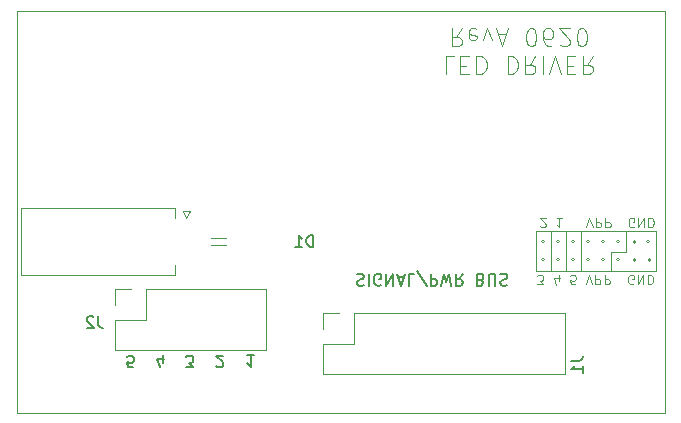
<source format=gbr>
G04 #@! TF.GenerationSoftware,KiCad,Pcbnew,5.1.6-c6e7f7d~86~ubuntu18.04.1*
G04 #@! TF.CreationDate,2020-06-27T17:21:00+01:00*
G04 #@! TF.ProjectId,UV_LED_Driver,55565f4c-4544-45f4-9472-697665722e6b,rev?*
G04 #@! TF.SameCoordinates,Original*
G04 #@! TF.FileFunction,Legend,Bot*
G04 #@! TF.FilePolarity,Positive*
%FSLAX46Y46*%
G04 Gerber Fmt 4.6, Leading zero omitted, Abs format (unit mm)*
G04 Created by KiCad (PCBNEW 5.1.6-c6e7f7d~86~ubuntu18.04.1) date 2020-06-27 17:21:00*
%MOMM*%
%LPD*%
G01*
G04 APERTURE LIST*
%ADD10C,0.120000*%
%ADD11C,0.100000*%
%ADD12C,0.150000*%
G04 #@! TA.AperFunction,Profile*
%ADD13C,0.050000*%
G04 #@! TD*
G04 APERTURE END LIST*
D10*
X202438000Y-80441800D02*
X192278000Y-80441800D01*
X192278000Y-77089000D02*
X202438000Y-77089000D01*
D11*
X192443714Y-81591095D02*
X192938952Y-81591095D01*
X192672285Y-81286333D01*
X192786571Y-81286333D01*
X192862761Y-81248238D01*
X192900857Y-81210142D01*
X192938952Y-81133952D01*
X192938952Y-80943476D01*
X192900857Y-80867285D01*
X192862761Y-80829190D01*
X192786571Y-80791095D01*
X192558000Y-80791095D01*
X192481809Y-80829190D01*
X192443714Y-80867285D01*
X194234190Y-81324428D02*
X194234190Y-80791095D01*
X194043714Y-81629190D02*
X193853238Y-81057761D01*
X194348476Y-81057761D01*
X195643714Y-81591095D02*
X195262761Y-81591095D01*
X195224666Y-81210142D01*
X195262761Y-81248238D01*
X195338952Y-81286333D01*
X195529428Y-81286333D01*
X195605619Y-81248238D01*
X195643714Y-81210142D01*
X195681809Y-81133952D01*
X195681809Y-80943476D01*
X195643714Y-80867285D01*
X195605619Y-80829190D01*
X195529428Y-80791095D01*
X195338952Y-80791095D01*
X195262761Y-80829190D01*
X195224666Y-80867285D01*
X196519904Y-81591095D02*
X196786571Y-80791095D01*
X197053238Y-81591095D01*
X197319904Y-80791095D02*
X197319904Y-81591095D01*
X197624666Y-81591095D01*
X197700857Y-81553000D01*
X197738952Y-81514904D01*
X197777047Y-81438714D01*
X197777047Y-81324428D01*
X197738952Y-81248238D01*
X197700857Y-81210142D01*
X197624666Y-81172047D01*
X197319904Y-81172047D01*
X198119904Y-80791095D02*
X198119904Y-81591095D01*
X198424666Y-81591095D01*
X198500857Y-81553000D01*
X198538952Y-81514904D01*
X198577047Y-81438714D01*
X198577047Y-81324428D01*
X198538952Y-81248238D01*
X198500857Y-81210142D01*
X198424666Y-81172047D01*
X198119904Y-81172047D01*
X200558000Y-81553000D02*
X200481809Y-81591095D01*
X200367523Y-81591095D01*
X200253238Y-81553000D01*
X200177047Y-81476809D01*
X200138952Y-81400619D01*
X200100857Y-81248238D01*
X200100857Y-81133952D01*
X200138952Y-80981571D01*
X200177047Y-80905380D01*
X200253238Y-80829190D01*
X200367523Y-80791095D01*
X200443714Y-80791095D01*
X200558000Y-80829190D01*
X200596095Y-80867285D01*
X200596095Y-81133952D01*
X200443714Y-81133952D01*
X200938952Y-80791095D02*
X200938952Y-81591095D01*
X201396095Y-80791095D01*
X201396095Y-81591095D01*
X201777047Y-80791095D02*
X201777047Y-81591095D01*
X201967523Y-81591095D01*
X202081809Y-81553000D01*
X202158000Y-81476809D01*
X202196095Y-81400619D01*
X202234190Y-81248238D01*
X202234190Y-81133952D01*
X202196095Y-80981571D01*
X202158000Y-80905380D01*
X202081809Y-80829190D01*
X201967523Y-80791095D01*
X201777047Y-80791095D01*
X192685000Y-76688904D02*
X192723095Y-76727000D01*
X192799285Y-76765095D01*
X192989761Y-76765095D01*
X193065952Y-76727000D01*
X193104047Y-76688904D01*
X193142142Y-76612714D01*
X193142142Y-76536523D01*
X193104047Y-76422238D01*
X192646904Y-75965095D01*
X193142142Y-75965095D01*
X194513571Y-75965095D02*
X194056428Y-75965095D01*
X194285000Y-75965095D02*
X194285000Y-76765095D01*
X194208809Y-76650809D01*
X194132619Y-76574619D01*
X194056428Y-76536523D01*
X196570714Y-76765095D02*
X196837380Y-75965095D01*
X197104047Y-76765095D01*
X197370714Y-75965095D02*
X197370714Y-76765095D01*
X197675476Y-76765095D01*
X197751666Y-76727000D01*
X197789761Y-76688904D01*
X197827857Y-76612714D01*
X197827857Y-76498428D01*
X197789761Y-76422238D01*
X197751666Y-76384142D01*
X197675476Y-76346047D01*
X197370714Y-76346047D01*
X198170714Y-75965095D02*
X198170714Y-76765095D01*
X198475476Y-76765095D01*
X198551666Y-76727000D01*
X198589761Y-76688904D01*
X198627857Y-76612714D01*
X198627857Y-76498428D01*
X198589761Y-76422238D01*
X198551666Y-76384142D01*
X198475476Y-76346047D01*
X198170714Y-76346047D01*
X200608809Y-76727000D02*
X200532619Y-76765095D01*
X200418333Y-76765095D01*
X200304047Y-76727000D01*
X200227857Y-76650809D01*
X200189761Y-76574619D01*
X200151666Y-76422238D01*
X200151666Y-76307952D01*
X200189761Y-76155571D01*
X200227857Y-76079380D01*
X200304047Y-76003190D01*
X200418333Y-75965095D01*
X200494523Y-75965095D01*
X200608809Y-76003190D01*
X200646904Y-76041285D01*
X200646904Y-76307952D01*
X200494523Y-76307952D01*
X200989761Y-75965095D02*
X200989761Y-76765095D01*
X201446904Y-75965095D01*
X201446904Y-76765095D01*
X201827857Y-75965095D02*
X201827857Y-76765095D01*
X202018333Y-76765095D01*
X202132619Y-76727000D01*
X202208809Y-76650809D01*
X202246904Y-76574619D01*
X202285000Y-76422238D01*
X202285000Y-76307952D01*
X202246904Y-76155571D01*
X202208809Y-76079380D01*
X202132619Y-76003190D01*
X202018333Y-75965095D01*
X201827857Y-75965095D01*
D10*
X202057000Y-79502000D02*
G75*
G03*
X202057000Y-79502000I-127000J0D01*
G01*
X200787000Y-79502000D02*
G75*
G03*
X200787000Y-79502000I-127000J0D01*
G01*
X198120000Y-79502000D02*
G75*
G03*
X198120000Y-79502000I-127000J0D01*
G01*
X196850000Y-79502000D02*
G75*
G03*
X196850000Y-79502000I-127000J0D01*
G01*
X199390000Y-79502000D02*
G75*
G03*
X199390000Y-79502000I-127000J0D01*
G01*
X196850000Y-77978000D02*
G75*
G03*
X196850000Y-77978000I-127000J0D01*
G01*
X199390000Y-77978000D02*
G75*
G03*
X199390000Y-77978000I-127000J0D01*
G01*
X198120000Y-77978000D02*
G75*
G03*
X198120000Y-77978000I-127000J0D01*
G01*
X193040000Y-79502000D02*
G75*
G03*
X193040000Y-79502000I-127000J0D01*
G01*
X195580000Y-79502000D02*
G75*
G03*
X195580000Y-79502000I-127000J0D01*
G01*
X194310000Y-79502000D02*
G75*
G03*
X194310000Y-79502000I-127000J0D01*
G01*
X195580000Y-77978000D02*
G75*
G03*
X195580000Y-77978000I-127000J0D01*
G01*
X194310000Y-77978000D02*
G75*
G03*
X194310000Y-77978000I-127000J0D01*
G01*
X193040000Y-77978000D02*
G75*
G03*
X193040000Y-77978000I-127000J0D01*
G01*
X200787000Y-77978000D02*
G75*
G03*
X200787000Y-77978000I-127000J0D01*
G01*
X201930000Y-77978000D02*
G75*
G03*
X201930000Y-77978000I-127000J0D01*
G01*
X198628000Y-78867000D02*
X199898000Y-78867000D01*
X202438000Y-80441800D02*
X202438000Y-77089000D01*
X199898000Y-78867000D02*
X199898000Y-77089000D01*
X198628000Y-80441800D02*
X198628000Y-78867000D01*
X196088000Y-80441800D02*
X196088000Y-77089000D01*
X194818000Y-80441800D02*
X194818000Y-77089000D01*
X193548000Y-80441800D02*
X193548000Y-77089000D01*
X192278000Y-80441800D02*
X192278000Y-77089000D01*
D12*
X177157857Y-80748238D02*
X177300714Y-80700619D01*
X177538809Y-80700619D01*
X177634047Y-80748238D01*
X177681666Y-80795857D01*
X177729285Y-80891095D01*
X177729285Y-80986333D01*
X177681666Y-81081571D01*
X177634047Y-81129190D01*
X177538809Y-81176809D01*
X177348333Y-81224428D01*
X177253095Y-81272047D01*
X177205476Y-81319666D01*
X177157857Y-81414904D01*
X177157857Y-81510142D01*
X177205476Y-81605380D01*
X177253095Y-81653000D01*
X177348333Y-81700619D01*
X177586428Y-81700619D01*
X177729285Y-81653000D01*
X178157857Y-80700619D02*
X178157857Y-81700619D01*
X179157857Y-81653000D02*
X179062619Y-81700619D01*
X178919761Y-81700619D01*
X178776904Y-81653000D01*
X178681666Y-81557761D01*
X178634047Y-81462523D01*
X178586428Y-81272047D01*
X178586428Y-81129190D01*
X178634047Y-80938714D01*
X178681666Y-80843476D01*
X178776904Y-80748238D01*
X178919761Y-80700619D01*
X179015000Y-80700619D01*
X179157857Y-80748238D01*
X179205476Y-80795857D01*
X179205476Y-81129190D01*
X179015000Y-81129190D01*
X179634047Y-80700619D02*
X179634047Y-81700619D01*
X180205476Y-80700619D01*
X180205476Y-81700619D01*
X180634047Y-80986333D02*
X181110238Y-80986333D01*
X180538809Y-80700619D02*
X180872142Y-81700619D01*
X181205476Y-80700619D01*
X182015000Y-80700619D02*
X181538809Y-80700619D01*
X181538809Y-81700619D01*
X183062619Y-81748238D02*
X182205476Y-80462523D01*
X183395952Y-80700619D02*
X183395952Y-81700619D01*
X183776904Y-81700619D01*
X183872142Y-81653000D01*
X183919761Y-81605380D01*
X183967380Y-81510142D01*
X183967380Y-81367285D01*
X183919761Y-81272047D01*
X183872142Y-81224428D01*
X183776904Y-81176809D01*
X183395952Y-81176809D01*
X184300714Y-81700619D02*
X184538809Y-80700619D01*
X184729285Y-81414904D01*
X184919761Y-80700619D01*
X185157857Y-81700619D01*
X186110238Y-80700619D02*
X185776904Y-81176809D01*
X185538809Y-80700619D02*
X185538809Y-81700619D01*
X185919761Y-81700619D01*
X186015000Y-81653000D01*
X186062619Y-81605380D01*
X186110238Y-81510142D01*
X186110238Y-81367285D01*
X186062619Y-81272047D01*
X186015000Y-81224428D01*
X185919761Y-81176809D01*
X185538809Y-81176809D01*
X187634047Y-81224428D02*
X187776904Y-81176809D01*
X187824523Y-81129190D01*
X187872142Y-81033952D01*
X187872142Y-80891095D01*
X187824523Y-80795857D01*
X187776904Y-80748238D01*
X187681666Y-80700619D01*
X187300714Y-80700619D01*
X187300714Y-81700619D01*
X187634047Y-81700619D01*
X187729285Y-81653000D01*
X187776904Y-81605380D01*
X187824523Y-81510142D01*
X187824523Y-81414904D01*
X187776904Y-81319666D01*
X187729285Y-81272047D01*
X187634047Y-81224428D01*
X187300714Y-81224428D01*
X188300714Y-81700619D02*
X188300714Y-80891095D01*
X188348333Y-80795857D01*
X188395952Y-80748238D01*
X188491190Y-80700619D01*
X188681666Y-80700619D01*
X188776904Y-80748238D01*
X188824523Y-80795857D01*
X188872142Y-80891095D01*
X188872142Y-81700619D01*
X189300714Y-80748238D02*
X189443571Y-80700619D01*
X189681666Y-80700619D01*
X189776904Y-80748238D01*
X189824523Y-80795857D01*
X189872142Y-80891095D01*
X189872142Y-80986333D01*
X189824523Y-81081571D01*
X189776904Y-81129190D01*
X189681666Y-81176809D01*
X189491190Y-81224428D01*
X189395952Y-81272047D01*
X189348333Y-81319666D01*
X189300714Y-81414904D01*
X189300714Y-81510142D01*
X189348333Y-81605380D01*
X189395952Y-81653000D01*
X189491190Y-81700619D01*
X189729285Y-81700619D01*
X189872142Y-81653000D01*
D11*
X185416714Y-62281928D02*
X184702428Y-62281928D01*
X184702428Y-63781928D01*
X185916714Y-63067642D02*
X186416714Y-63067642D01*
X186631000Y-62281928D02*
X185916714Y-62281928D01*
X185916714Y-63781928D01*
X186631000Y-63781928D01*
X187273857Y-62281928D02*
X187273857Y-63781928D01*
X187631000Y-63781928D01*
X187845285Y-63710500D01*
X187988142Y-63567642D01*
X188059571Y-63424785D01*
X188131000Y-63139071D01*
X188131000Y-62924785D01*
X188059571Y-62639071D01*
X187988142Y-62496214D01*
X187845285Y-62353357D01*
X187631000Y-62281928D01*
X187273857Y-62281928D01*
X189916714Y-62281928D02*
X189916714Y-63781928D01*
X190273857Y-63781928D01*
X190488142Y-63710500D01*
X190631000Y-63567642D01*
X190702428Y-63424785D01*
X190773857Y-63139071D01*
X190773857Y-62924785D01*
X190702428Y-62639071D01*
X190631000Y-62496214D01*
X190488142Y-62353357D01*
X190273857Y-62281928D01*
X189916714Y-62281928D01*
X192273857Y-62281928D02*
X191773857Y-62996214D01*
X191416714Y-62281928D02*
X191416714Y-63781928D01*
X191988142Y-63781928D01*
X192131000Y-63710500D01*
X192202428Y-63639071D01*
X192273857Y-63496214D01*
X192273857Y-63281928D01*
X192202428Y-63139071D01*
X192131000Y-63067642D01*
X191988142Y-62996214D01*
X191416714Y-62996214D01*
X192916714Y-62281928D02*
X192916714Y-63781928D01*
X193416714Y-63781928D02*
X193916714Y-62281928D01*
X194416714Y-63781928D01*
X194916714Y-63067642D02*
X195416714Y-63067642D01*
X195631000Y-62281928D02*
X194916714Y-62281928D01*
X194916714Y-63781928D01*
X195631000Y-63781928D01*
X197131000Y-62281928D02*
X196631000Y-62996214D01*
X196273857Y-62281928D02*
X196273857Y-63781928D01*
X196845285Y-63781928D01*
X196988142Y-63710500D01*
X197059571Y-63639071D01*
X197131000Y-63496214D01*
X197131000Y-63281928D01*
X197059571Y-63139071D01*
X196988142Y-63067642D01*
X196845285Y-62996214D01*
X196273857Y-62996214D01*
X186059571Y-59931928D02*
X185559571Y-60646214D01*
X185202428Y-59931928D02*
X185202428Y-61431928D01*
X185773857Y-61431928D01*
X185916714Y-61360500D01*
X185988142Y-61289071D01*
X186059571Y-61146214D01*
X186059571Y-60931928D01*
X185988142Y-60789071D01*
X185916714Y-60717642D01*
X185773857Y-60646214D01*
X185202428Y-60646214D01*
X187273857Y-60003357D02*
X187131000Y-59931928D01*
X186845285Y-59931928D01*
X186702428Y-60003357D01*
X186631000Y-60146214D01*
X186631000Y-60717642D01*
X186702428Y-60860500D01*
X186845285Y-60931928D01*
X187131000Y-60931928D01*
X187273857Y-60860500D01*
X187345285Y-60717642D01*
X187345285Y-60574785D01*
X186631000Y-60431928D01*
X187845285Y-60931928D02*
X188202428Y-59931928D01*
X188559571Y-60931928D01*
X189059571Y-60360500D02*
X189773857Y-60360500D01*
X188916714Y-59931928D02*
X189416714Y-61431928D01*
X189916714Y-59931928D01*
X191845285Y-61431928D02*
X191988142Y-61431928D01*
X192131000Y-61360500D01*
X192202428Y-61289071D01*
X192273857Y-61146214D01*
X192345285Y-60860500D01*
X192345285Y-60503357D01*
X192273857Y-60217642D01*
X192202428Y-60074785D01*
X192131000Y-60003357D01*
X191988142Y-59931928D01*
X191845285Y-59931928D01*
X191702428Y-60003357D01*
X191631000Y-60074785D01*
X191559571Y-60217642D01*
X191488142Y-60503357D01*
X191488142Y-60860500D01*
X191559571Y-61146214D01*
X191631000Y-61289071D01*
X191702428Y-61360500D01*
X191845285Y-61431928D01*
X193631000Y-61431928D02*
X193345285Y-61431928D01*
X193202428Y-61360500D01*
X193131000Y-61289071D01*
X192988142Y-61074785D01*
X192916714Y-60789071D01*
X192916714Y-60217642D01*
X192988142Y-60074785D01*
X193059571Y-60003357D01*
X193202428Y-59931928D01*
X193488142Y-59931928D01*
X193631000Y-60003357D01*
X193702428Y-60074785D01*
X193773857Y-60217642D01*
X193773857Y-60574785D01*
X193702428Y-60717642D01*
X193631000Y-60789071D01*
X193488142Y-60860500D01*
X193202428Y-60860500D01*
X193059571Y-60789071D01*
X192988142Y-60717642D01*
X192916714Y-60574785D01*
X194345285Y-61289071D02*
X194416714Y-61360500D01*
X194559571Y-61431928D01*
X194916714Y-61431928D01*
X195059571Y-61360500D01*
X195131000Y-61289071D01*
X195202428Y-61146214D01*
X195202428Y-61003357D01*
X195131000Y-60789071D01*
X194273857Y-59931928D01*
X195202428Y-59931928D01*
X196131000Y-61431928D02*
X196273857Y-61431928D01*
X196416714Y-61360500D01*
X196488142Y-61289071D01*
X196559571Y-61146214D01*
X196631000Y-60860500D01*
X196631000Y-60503357D01*
X196559571Y-60217642D01*
X196488142Y-60074785D01*
X196416714Y-60003357D01*
X196273857Y-59931928D01*
X196131000Y-59931928D01*
X195988142Y-60003357D01*
X195916714Y-60074785D01*
X195845285Y-60217642D01*
X195773857Y-60503357D01*
X195773857Y-60860500D01*
X195845285Y-61146214D01*
X195916714Y-61289071D01*
X195988142Y-61360500D01*
X196131000Y-61431928D01*
D12*
X160718476Y-88225285D02*
X160718476Y-87558619D01*
X160480380Y-88606238D02*
X160242285Y-87891952D01*
X160861333Y-87891952D01*
X162671166Y-88622119D02*
X163290214Y-88622119D01*
X162956880Y-88241166D01*
X163099738Y-88241166D01*
X163194976Y-88193547D01*
X163242595Y-88145928D01*
X163290214Y-88050690D01*
X163290214Y-87812595D01*
X163242595Y-87717357D01*
X163194976Y-87669738D01*
X163099738Y-87622119D01*
X162814023Y-87622119D01*
X162718785Y-87669738D01*
X162671166Y-87717357D01*
X168433714Y-87558619D02*
X167862285Y-87558619D01*
X168148000Y-87558619D02*
X168148000Y-88558619D01*
X168052761Y-88415761D01*
X167957523Y-88320523D01*
X167862285Y-88272904D01*
X165258785Y-88526880D02*
X165306404Y-88574500D01*
X165401642Y-88622119D01*
X165639738Y-88622119D01*
X165734976Y-88574500D01*
X165782595Y-88526880D01*
X165830214Y-88431642D01*
X165830214Y-88336404D01*
X165782595Y-88193547D01*
X165211166Y-87622119D01*
X165830214Y-87622119D01*
X158226095Y-88622119D02*
X157749904Y-88622119D01*
X157702285Y-88145928D01*
X157749904Y-88193547D01*
X157845142Y-88241166D01*
X158083238Y-88241166D01*
X158178476Y-88193547D01*
X158226095Y-88145928D01*
X158273714Y-88050690D01*
X158273714Y-87812595D01*
X158226095Y-87717357D01*
X158178476Y-87669738D01*
X158083238Y-87622119D01*
X157845142Y-87622119D01*
X157749904Y-87669738D01*
X157702285Y-87717357D01*
D13*
X203200000Y-58420000D02*
X203200000Y-92456000D01*
X148336000Y-58420000D02*
X203200000Y-58420000D01*
X148336000Y-92456000D02*
X148336000Y-58420000D01*
X203200000Y-92456000D02*
X148336000Y-92456000D01*
D10*
X162412400Y-75378000D02*
X162712400Y-75978000D01*
X163012400Y-75378000D02*
X162412400Y-75378000D01*
X162712400Y-75978000D02*
X163012400Y-75378000D01*
X164822400Y-78278000D02*
X166102400Y-78278000D01*
X164822400Y-77678000D02*
X166102400Y-77678000D01*
X148702400Y-80788000D02*
X148702400Y-77978000D01*
X161722400Y-80788000D02*
X148702400Y-80788000D01*
X161722400Y-79978000D02*
X161722400Y-80788000D01*
X148702400Y-75168000D02*
X148702400Y-77978000D01*
X161722400Y-75168000D02*
X148702400Y-75168000D01*
X161722400Y-75978000D02*
X161722400Y-75168000D01*
X156658000Y-81982000D02*
X156658000Y-83312000D01*
X157988000Y-81982000D02*
X156658000Y-81982000D01*
X156658000Y-84582000D02*
X156658000Y-87182000D01*
X159258000Y-84582000D02*
X156658000Y-84582000D01*
X159258000Y-81982000D02*
X159258000Y-84582000D01*
X156658000Y-87182000D02*
X169478000Y-87182000D01*
X159258000Y-81982000D02*
X169478000Y-81982000D01*
X169478000Y-81982000D02*
X169478000Y-87182000D01*
X174311000Y-84014000D02*
X174311000Y-85344000D01*
X175641000Y-84014000D02*
X174311000Y-84014000D01*
X174311000Y-86614000D02*
X174311000Y-89214000D01*
X176911000Y-86614000D02*
X174311000Y-86614000D01*
X176911000Y-84014000D02*
X176911000Y-86614000D01*
X174311000Y-89214000D02*
X194751000Y-89214000D01*
X176911000Y-84014000D02*
X194751000Y-84014000D01*
X194751000Y-84014000D02*
X194751000Y-89214000D01*
D12*
X173458095Y-78430380D02*
X173458095Y-77430380D01*
X173220000Y-77430380D01*
X173077142Y-77478000D01*
X172981904Y-77573238D01*
X172934285Y-77668476D01*
X172886666Y-77858952D01*
X172886666Y-78001809D01*
X172934285Y-78192285D01*
X172981904Y-78287523D01*
X173077142Y-78382761D01*
X173220000Y-78430380D01*
X173458095Y-78430380D01*
X171934285Y-78430380D02*
X172505714Y-78430380D01*
X172220000Y-78430380D02*
X172220000Y-77430380D01*
X172315238Y-77573238D01*
X172410476Y-77668476D01*
X172505714Y-77716095D01*
X155273333Y-84288380D02*
X155273333Y-85002666D01*
X155320952Y-85145523D01*
X155416190Y-85240761D01*
X155559047Y-85288380D01*
X155654285Y-85288380D01*
X154844761Y-84383619D02*
X154797142Y-84336000D01*
X154701904Y-84288380D01*
X154463809Y-84288380D01*
X154368571Y-84336000D01*
X154320952Y-84383619D01*
X154273333Y-84478857D01*
X154273333Y-84574095D01*
X154320952Y-84716952D01*
X154892380Y-85288380D01*
X154273333Y-85288380D01*
X195286380Y-88058666D02*
X196000666Y-88058666D01*
X196143523Y-88011047D01*
X196238761Y-87915809D01*
X196286380Y-87772952D01*
X196286380Y-87677714D01*
X196286380Y-89058666D02*
X196286380Y-88487238D01*
X196286380Y-88772952D02*
X195286380Y-88772952D01*
X195429238Y-88677714D01*
X195524476Y-88582476D01*
X195572095Y-88487238D01*
M02*

</source>
